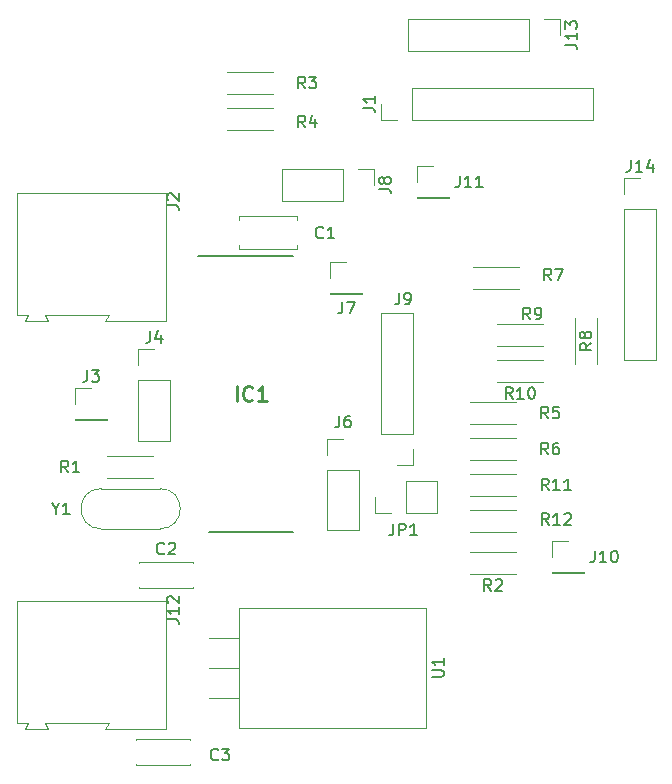
<source format=gbr>
%TF.GenerationSoftware,KiCad,Pcbnew,(6.0.4)*%
%TF.CreationDate,2022-07-11T12:49:24+03:00*%
%TF.ProjectId,V1_mini_mcp2515_based,56315f6d-696e-4695-9f6d-637032353135,rev?*%
%TF.SameCoordinates,Original*%
%TF.FileFunction,Legend,Top*%
%TF.FilePolarity,Positive*%
%FSLAX46Y46*%
G04 Gerber Fmt 4.6, Leading zero omitted, Abs format (unit mm)*
G04 Created by KiCad (PCBNEW (6.0.4)) date 2022-07-11 12:49:24*
%MOMM*%
%LPD*%
G01*
G04 APERTURE LIST*
%ADD10C,0.150000*%
%ADD11C,0.254000*%
%ADD12C,0.120000*%
%ADD13C,0.200000*%
%ADD14R,1.700000X1.700000*%
%ADD15O,1.400000X1.400000*%
%ADD16C,1.400000*%
%ADD17O,1.700000X1.700000*%
%ADD18C,1.700000*%
%ADD19R,3.960000X1.980000*%
%ADD20O,3.960000X1.980000*%
%ADD21R,1.159000X1.159000*%
%ADD22C,1.159000*%
%ADD23C,1.600000*%
%ADD24O,3.500000X3.500000*%
%ADD25R,2.000000X1.905000*%
%ADD26O,2.000000X1.905000*%
G04 APERTURE END LIST*
D10*
%TO.C,J11*%
X73612476Y-98258380D02*
X73612476Y-98972666D01*
X73564857Y-99115523D01*
X73469619Y-99210761D01*
X73326761Y-99258380D01*
X73231523Y-99258380D01*
X74612476Y-99258380D02*
X74041047Y-99258380D01*
X74326761Y-99258380D02*
X74326761Y-98258380D01*
X74231523Y-98401238D01*
X74136285Y-98496476D01*
X74041047Y-98544095D01*
X75564857Y-99258380D02*
X74993428Y-99258380D01*
X75279142Y-99258380D02*
X75279142Y-98258380D01*
X75183904Y-98401238D01*
X75088666Y-98496476D01*
X74993428Y-98544095D01*
%TO.C,J10*%
X85042476Y-130008380D02*
X85042476Y-130722666D01*
X84994857Y-130865523D01*
X84899619Y-130960761D01*
X84756761Y-131008380D01*
X84661523Y-131008380D01*
X86042476Y-131008380D02*
X85471047Y-131008380D01*
X85756761Y-131008380D02*
X85756761Y-130008380D01*
X85661523Y-130151238D01*
X85566285Y-130246476D01*
X85471047Y-130294095D01*
X86661523Y-130008380D02*
X86756761Y-130008380D01*
X86852000Y-130056000D01*
X86899619Y-130103619D01*
X86947238Y-130198857D01*
X86994857Y-130389333D01*
X86994857Y-130627428D01*
X86947238Y-130817904D01*
X86899619Y-130913142D01*
X86852000Y-130960761D01*
X86756761Y-131008380D01*
X86661523Y-131008380D01*
X86566285Y-130960761D01*
X86518666Y-130913142D01*
X86471047Y-130817904D01*
X86423428Y-130627428D01*
X86423428Y-130389333D01*
X86471047Y-130198857D01*
X86518666Y-130103619D01*
X86566285Y-130056000D01*
X86661523Y-130008380D01*
%TO.C,R9*%
X79589333Y-110434380D02*
X79256000Y-109958190D01*
X79017904Y-110434380D02*
X79017904Y-109434380D01*
X79398857Y-109434380D01*
X79494095Y-109482000D01*
X79541714Y-109529619D01*
X79589333Y-109624857D01*
X79589333Y-109767714D01*
X79541714Y-109862952D01*
X79494095Y-109910571D01*
X79398857Y-109958190D01*
X79017904Y-109958190D01*
X80065523Y-110434380D02*
X80256000Y-110434380D01*
X80351238Y-110386761D01*
X80398857Y-110339142D01*
X80494095Y-110196285D01*
X80541714Y-110005809D01*
X80541714Y-109624857D01*
X80494095Y-109529619D01*
X80446476Y-109482000D01*
X80351238Y-109434380D01*
X80160761Y-109434380D01*
X80065523Y-109482000D01*
X80017904Y-109529619D01*
X79970285Y-109624857D01*
X79970285Y-109862952D01*
X80017904Y-109958190D01*
X80065523Y-110005809D01*
X80160761Y-110053428D01*
X80351238Y-110053428D01*
X80446476Y-110005809D01*
X80494095Y-109958190D01*
X80541714Y-109862952D01*
%TO.C,R12*%
X81155142Y-127846380D02*
X80821809Y-127370190D01*
X80583714Y-127846380D02*
X80583714Y-126846380D01*
X80964666Y-126846380D01*
X81059904Y-126894000D01*
X81107523Y-126941619D01*
X81155142Y-127036857D01*
X81155142Y-127179714D01*
X81107523Y-127274952D01*
X81059904Y-127322571D01*
X80964666Y-127370190D01*
X80583714Y-127370190D01*
X82107523Y-127846380D02*
X81536095Y-127846380D01*
X81821809Y-127846380D02*
X81821809Y-126846380D01*
X81726571Y-126989238D01*
X81631333Y-127084476D01*
X81536095Y-127132095D01*
X82488476Y-126941619D02*
X82536095Y-126894000D01*
X82631333Y-126846380D01*
X82869428Y-126846380D01*
X82964666Y-126894000D01*
X83012285Y-126941619D01*
X83059904Y-127036857D01*
X83059904Y-127132095D01*
X83012285Y-127274952D01*
X82440857Y-127846380D01*
X83059904Y-127846380D01*
%TO.C,R11*%
X81145142Y-124912380D02*
X80811809Y-124436190D01*
X80573714Y-124912380D02*
X80573714Y-123912380D01*
X80954666Y-123912380D01*
X81049904Y-123960000D01*
X81097523Y-124007619D01*
X81145142Y-124102857D01*
X81145142Y-124245714D01*
X81097523Y-124340952D01*
X81049904Y-124388571D01*
X80954666Y-124436190D01*
X80573714Y-124436190D01*
X82097523Y-124912380D02*
X81526095Y-124912380D01*
X81811809Y-124912380D02*
X81811809Y-123912380D01*
X81716571Y-124055238D01*
X81621333Y-124150476D01*
X81526095Y-124198095D01*
X83049904Y-124912380D02*
X82478476Y-124912380D01*
X82764190Y-124912380D02*
X82764190Y-123912380D01*
X82668952Y-124055238D01*
X82573714Y-124150476D01*
X82478476Y-124198095D01*
%TO.C,R10*%
X78097142Y-117180380D02*
X77763809Y-116704190D01*
X77525714Y-117180380D02*
X77525714Y-116180380D01*
X77906666Y-116180380D01*
X78001904Y-116228000D01*
X78049523Y-116275619D01*
X78097142Y-116370857D01*
X78097142Y-116513714D01*
X78049523Y-116608952D01*
X78001904Y-116656571D01*
X77906666Y-116704190D01*
X77525714Y-116704190D01*
X79049523Y-117180380D02*
X78478095Y-117180380D01*
X78763809Y-117180380D02*
X78763809Y-116180380D01*
X78668571Y-116323238D01*
X78573333Y-116418476D01*
X78478095Y-116466095D01*
X79668571Y-116180380D02*
X79763809Y-116180380D01*
X79859047Y-116228000D01*
X79906666Y-116275619D01*
X79954285Y-116370857D01*
X80001904Y-116561333D01*
X80001904Y-116799428D01*
X79954285Y-116989904D01*
X79906666Y-117085142D01*
X79859047Y-117132761D01*
X79763809Y-117180380D01*
X79668571Y-117180380D01*
X79573333Y-117132761D01*
X79525714Y-117085142D01*
X79478095Y-116989904D01*
X79430476Y-116799428D01*
X79430476Y-116561333D01*
X79478095Y-116370857D01*
X79525714Y-116275619D01*
X79573333Y-116228000D01*
X79668571Y-116180380D01*
%TO.C,R8*%
X84780380Y-112434666D02*
X84304190Y-112768000D01*
X84780380Y-113006095D02*
X83780380Y-113006095D01*
X83780380Y-112625142D01*
X83828000Y-112529904D01*
X83875619Y-112482285D01*
X83970857Y-112434666D01*
X84113714Y-112434666D01*
X84208952Y-112482285D01*
X84256571Y-112529904D01*
X84304190Y-112625142D01*
X84304190Y-113006095D01*
X84208952Y-111863238D02*
X84161333Y-111958476D01*
X84113714Y-112006095D01*
X84018476Y-112053714D01*
X83970857Y-112053714D01*
X83875619Y-112006095D01*
X83828000Y-111958476D01*
X83780380Y-111863238D01*
X83780380Y-111672761D01*
X83828000Y-111577523D01*
X83875619Y-111529904D01*
X83970857Y-111482285D01*
X84018476Y-111482285D01*
X84113714Y-111529904D01*
X84161333Y-111577523D01*
X84208952Y-111672761D01*
X84208952Y-111863238D01*
X84256571Y-111958476D01*
X84304190Y-112006095D01*
X84399428Y-112053714D01*
X84589904Y-112053714D01*
X84685142Y-112006095D01*
X84732761Y-111958476D01*
X84780380Y-111863238D01*
X84780380Y-111672761D01*
X84732761Y-111577523D01*
X84685142Y-111529904D01*
X84589904Y-111482285D01*
X84399428Y-111482285D01*
X84304190Y-111529904D01*
X84256571Y-111577523D01*
X84208952Y-111672761D01*
%TO.C,R7*%
X81367333Y-107132380D02*
X81034000Y-106656190D01*
X80795904Y-107132380D02*
X80795904Y-106132380D01*
X81176857Y-106132380D01*
X81272095Y-106180000D01*
X81319714Y-106227619D01*
X81367333Y-106322857D01*
X81367333Y-106465714D01*
X81319714Y-106560952D01*
X81272095Y-106608571D01*
X81176857Y-106656190D01*
X80795904Y-106656190D01*
X81700666Y-106132380D02*
X82367333Y-106132380D01*
X81938761Y-107132380D01*
%TO.C,JP1*%
X68000666Y-127722380D02*
X68000666Y-128436666D01*
X67953047Y-128579523D01*
X67857809Y-128674761D01*
X67714952Y-128722380D01*
X67619714Y-128722380D01*
X68476857Y-128722380D02*
X68476857Y-127722380D01*
X68857809Y-127722380D01*
X68953047Y-127770000D01*
X69000666Y-127817619D01*
X69048285Y-127912857D01*
X69048285Y-128055714D01*
X69000666Y-128150952D01*
X68953047Y-128198571D01*
X68857809Y-128246190D01*
X68476857Y-128246190D01*
X70000666Y-128722380D02*
X69429238Y-128722380D01*
X69714952Y-128722380D02*
X69714952Y-127722380D01*
X69619714Y-127865238D01*
X69524476Y-127960476D01*
X69429238Y-128008095D01*
%TO.C,J14*%
X88090476Y-96944380D02*
X88090476Y-97658666D01*
X88042857Y-97801523D01*
X87947619Y-97896761D01*
X87804761Y-97944380D01*
X87709523Y-97944380D01*
X89090476Y-97944380D02*
X88519047Y-97944380D01*
X88804761Y-97944380D02*
X88804761Y-96944380D01*
X88709523Y-97087238D01*
X88614285Y-97182476D01*
X88519047Y-97230095D01*
X89947619Y-97277714D02*
X89947619Y-97944380D01*
X89709523Y-96896761D02*
X89471428Y-97611047D01*
X90090476Y-97611047D01*
%TO.C,J8*%
X66791380Y-99393333D02*
X67505666Y-99393333D01*
X67648523Y-99440952D01*
X67743761Y-99536190D01*
X67791380Y-99679047D01*
X67791380Y-99774285D01*
X67219952Y-98774285D02*
X67172333Y-98869523D01*
X67124714Y-98917142D01*
X67029476Y-98964761D01*
X66981857Y-98964761D01*
X66886619Y-98917142D01*
X66839000Y-98869523D01*
X66791380Y-98774285D01*
X66791380Y-98583809D01*
X66839000Y-98488571D01*
X66886619Y-98440952D01*
X66981857Y-98393333D01*
X67029476Y-98393333D01*
X67124714Y-98440952D01*
X67172333Y-98488571D01*
X67219952Y-98583809D01*
X67219952Y-98774285D01*
X67267571Y-98869523D01*
X67315190Y-98917142D01*
X67410428Y-98964761D01*
X67600904Y-98964761D01*
X67696142Y-98917142D01*
X67743761Y-98869523D01*
X67791380Y-98774285D01*
X67791380Y-98583809D01*
X67743761Y-98488571D01*
X67696142Y-98440952D01*
X67600904Y-98393333D01*
X67410428Y-98393333D01*
X67315190Y-98440952D01*
X67267571Y-98488571D01*
X67219952Y-98583809D01*
%TO.C,J6*%
X63420666Y-118578380D02*
X63420666Y-119292666D01*
X63373047Y-119435523D01*
X63277809Y-119530761D01*
X63134952Y-119578380D01*
X63039714Y-119578380D01*
X64325428Y-118578380D02*
X64134952Y-118578380D01*
X64039714Y-118626000D01*
X63992095Y-118673619D01*
X63896857Y-118816476D01*
X63849238Y-119006952D01*
X63849238Y-119387904D01*
X63896857Y-119483142D01*
X63944476Y-119530761D01*
X64039714Y-119578380D01*
X64230190Y-119578380D01*
X64325428Y-119530761D01*
X64373047Y-119483142D01*
X64420666Y-119387904D01*
X64420666Y-119149809D01*
X64373047Y-119054571D01*
X64325428Y-119006952D01*
X64230190Y-118959333D01*
X64039714Y-118959333D01*
X63944476Y-119006952D01*
X63896857Y-119054571D01*
X63849238Y-119149809D01*
%TO.C,J4*%
X47418666Y-111422380D02*
X47418666Y-112136666D01*
X47371047Y-112279523D01*
X47275809Y-112374761D01*
X47132952Y-112422380D01*
X47037714Y-112422380D01*
X48323428Y-111755714D02*
X48323428Y-112422380D01*
X48085333Y-111374761D02*
X47847238Y-112089047D01*
X48466285Y-112089047D01*
%TO.C,J3*%
X42084666Y-114724380D02*
X42084666Y-115438666D01*
X42037047Y-115581523D01*
X41941809Y-115676761D01*
X41798952Y-115724380D01*
X41703714Y-115724380D01*
X42465619Y-114724380D02*
X43084666Y-114724380D01*
X42751333Y-115105333D01*
X42894190Y-115105333D01*
X42989428Y-115152952D01*
X43037047Y-115200571D01*
X43084666Y-115295809D01*
X43084666Y-115533904D01*
X43037047Y-115629142D01*
X42989428Y-115676761D01*
X42894190Y-115724380D01*
X42608476Y-115724380D01*
X42513238Y-115676761D01*
X42465619Y-115629142D01*
%TO.C,J12*%
X48860380Y-135824523D02*
X49574666Y-135824523D01*
X49717523Y-135872142D01*
X49812761Y-135967380D01*
X49860380Y-136110238D01*
X49860380Y-136205476D01*
X49860380Y-134824523D02*
X49860380Y-135395952D01*
X49860380Y-135110238D02*
X48860380Y-135110238D01*
X49003238Y-135205476D01*
X49098476Y-135300714D01*
X49146095Y-135395952D01*
X48955619Y-134443571D02*
X48908000Y-134395952D01*
X48860380Y-134300714D01*
X48860380Y-134062619D01*
X48908000Y-133967380D01*
X48955619Y-133919761D01*
X49050857Y-133872142D01*
X49146095Y-133872142D01*
X49288952Y-133919761D01*
X49860380Y-134491190D01*
X49860380Y-133872142D01*
D11*
%TO.C,IC1*%
X54735238Y-117356523D02*
X54735238Y-116086523D01*
X56065714Y-117235571D02*
X56005238Y-117296047D01*
X55823809Y-117356523D01*
X55702857Y-117356523D01*
X55521428Y-117296047D01*
X55400476Y-117175095D01*
X55340000Y-117054142D01*
X55279523Y-116812238D01*
X55279523Y-116630809D01*
X55340000Y-116388904D01*
X55400476Y-116267952D01*
X55521428Y-116147000D01*
X55702857Y-116086523D01*
X55823809Y-116086523D01*
X56005238Y-116147000D01*
X56065714Y-116207476D01*
X57275238Y-117356523D02*
X56549523Y-117356523D01*
X56912380Y-117356523D02*
X56912380Y-116086523D01*
X56791428Y-116267952D01*
X56670476Y-116388904D01*
X56549523Y-116449380D01*
D10*
%TO.C,R4*%
X60539333Y-94178380D02*
X60206000Y-93702190D01*
X59967904Y-94178380D02*
X59967904Y-93178380D01*
X60348857Y-93178380D01*
X60444095Y-93226000D01*
X60491714Y-93273619D01*
X60539333Y-93368857D01*
X60539333Y-93511714D01*
X60491714Y-93606952D01*
X60444095Y-93654571D01*
X60348857Y-93702190D01*
X59967904Y-93702190D01*
X61396476Y-93511714D02*
X61396476Y-94178380D01*
X61158380Y-93130761D02*
X60920285Y-93845047D01*
X61539333Y-93845047D01*
%TO.C,J9*%
X68500666Y-108164380D02*
X68500666Y-108878666D01*
X68453047Y-109021523D01*
X68357809Y-109116761D01*
X68214952Y-109164380D01*
X68119714Y-109164380D01*
X69024476Y-109164380D02*
X69214952Y-109164380D01*
X69310190Y-109116761D01*
X69357809Y-109069142D01*
X69453047Y-108926285D01*
X69500666Y-108735809D01*
X69500666Y-108354857D01*
X69453047Y-108259619D01*
X69405428Y-108212000D01*
X69310190Y-108164380D01*
X69119714Y-108164380D01*
X69024476Y-108212000D01*
X68976857Y-108259619D01*
X68929238Y-108354857D01*
X68929238Y-108592952D01*
X68976857Y-108688190D01*
X69024476Y-108735809D01*
X69119714Y-108783428D01*
X69310190Y-108783428D01*
X69405428Y-108735809D01*
X69453047Y-108688190D01*
X69500666Y-108592952D01*
%TO.C,C2*%
X48601333Y-130237142D02*
X48553714Y-130284761D01*
X48410857Y-130332380D01*
X48315619Y-130332380D01*
X48172761Y-130284761D01*
X48077523Y-130189523D01*
X48029904Y-130094285D01*
X47982285Y-129903809D01*
X47982285Y-129760952D01*
X48029904Y-129570476D01*
X48077523Y-129475238D01*
X48172761Y-129380000D01*
X48315619Y-129332380D01*
X48410857Y-129332380D01*
X48553714Y-129380000D01*
X48601333Y-129427619D01*
X48982285Y-129427619D02*
X49029904Y-129380000D01*
X49125142Y-129332380D01*
X49363238Y-129332380D01*
X49458476Y-129380000D01*
X49506095Y-129427619D01*
X49553714Y-129522857D01*
X49553714Y-129618095D01*
X49506095Y-129760952D01*
X48934666Y-130332380D01*
X49553714Y-130332380D01*
%TO.C,R5*%
X81113333Y-118816380D02*
X80780000Y-118340190D01*
X80541904Y-118816380D02*
X80541904Y-117816380D01*
X80922857Y-117816380D01*
X81018095Y-117864000D01*
X81065714Y-117911619D01*
X81113333Y-118006857D01*
X81113333Y-118149714D01*
X81065714Y-118244952D01*
X81018095Y-118292571D01*
X80922857Y-118340190D01*
X80541904Y-118340190D01*
X82018095Y-117816380D02*
X81541904Y-117816380D01*
X81494285Y-118292571D01*
X81541904Y-118244952D01*
X81637142Y-118197333D01*
X81875238Y-118197333D01*
X81970476Y-118244952D01*
X82018095Y-118292571D01*
X82065714Y-118387809D01*
X82065714Y-118625904D01*
X82018095Y-118721142D01*
X81970476Y-118768761D01*
X81875238Y-118816380D01*
X81637142Y-118816380D01*
X81541904Y-118768761D01*
X81494285Y-118721142D01*
%TO.C,R3*%
X60539333Y-90876380D02*
X60206000Y-90400190D01*
X59967904Y-90876380D02*
X59967904Y-89876380D01*
X60348857Y-89876380D01*
X60444095Y-89924000D01*
X60491714Y-89971619D01*
X60539333Y-90066857D01*
X60539333Y-90209714D01*
X60491714Y-90304952D01*
X60444095Y-90352571D01*
X60348857Y-90400190D01*
X59967904Y-90400190D01*
X60872666Y-89876380D02*
X61491714Y-89876380D01*
X61158380Y-90257333D01*
X61301238Y-90257333D01*
X61396476Y-90304952D01*
X61444095Y-90352571D01*
X61491714Y-90447809D01*
X61491714Y-90685904D01*
X61444095Y-90781142D01*
X61396476Y-90828761D01*
X61301238Y-90876380D01*
X61015523Y-90876380D01*
X60920285Y-90828761D01*
X60872666Y-90781142D01*
%TO.C,J2*%
X48860380Y-100775333D02*
X49574666Y-100775333D01*
X49717523Y-100822952D01*
X49812761Y-100918190D01*
X49860380Y-101061047D01*
X49860380Y-101156285D01*
X48955619Y-100346761D02*
X48908000Y-100299142D01*
X48860380Y-100203904D01*
X48860380Y-99965809D01*
X48908000Y-99870571D01*
X48955619Y-99822952D01*
X49050857Y-99775333D01*
X49146095Y-99775333D01*
X49288952Y-99822952D01*
X49860380Y-100394380D01*
X49860380Y-99775333D01*
%TO.C,R1*%
X40473333Y-123388380D02*
X40140000Y-122912190D01*
X39901904Y-123388380D02*
X39901904Y-122388380D01*
X40282857Y-122388380D01*
X40378095Y-122436000D01*
X40425714Y-122483619D01*
X40473333Y-122578857D01*
X40473333Y-122721714D01*
X40425714Y-122816952D01*
X40378095Y-122864571D01*
X40282857Y-122912190D01*
X39901904Y-122912190D01*
X41425714Y-123388380D02*
X40854285Y-123388380D01*
X41140000Y-123388380D02*
X41140000Y-122388380D01*
X41044761Y-122531238D01*
X40949523Y-122626476D01*
X40854285Y-122674095D01*
%TO.C,R6*%
X81113333Y-121864380D02*
X80780000Y-121388190D01*
X80541904Y-121864380D02*
X80541904Y-120864380D01*
X80922857Y-120864380D01*
X81018095Y-120912000D01*
X81065714Y-120959619D01*
X81113333Y-121054857D01*
X81113333Y-121197714D01*
X81065714Y-121292952D01*
X81018095Y-121340571D01*
X80922857Y-121388190D01*
X80541904Y-121388190D01*
X81970476Y-120864380D02*
X81780000Y-120864380D01*
X81684761Y-120912000D01*
X81637142Y-120959619D01*
X81541904Y-121102476D01*
X81494285Y-121292952D01*
X81494285Y-121673904D01*
X81541904Y-121769142D01*
X81589523Y-121816761D01*
X81684761Y-121864380D01*
X81875238Y-121864380D01*
X81970476Y-121816761D01*
X82018095Y-121769142D01*
X82065714Y-121673904D01*
X82065714Y-121435809D01*
X82018095Y-121340571D01*
X81970476Y-121292952D01*
X81875238Y-121245333D01*
X81684761Y-121245333D01*
X81589523Y-121292952D01*
X81541904Y-121340571D01*
X81494285Y-121435809D01*
%TO.C,C1*%
X62063333Y-103481142D02*
X62015714Y-103528761D01*
X61872857Y-103576380D01*
X61777619Y-103576380D01*
X61634761Y-103528761D01*
X61539523Y-103433523D01*
X61491904Y-103338285D01*
X61444285Y-103147809D01*
X61444285Y-103004952D01*
X61491904Y-102814476D01*
X61539523Y-102719238D01*
X61634761Y-102624000D01*
X61777619Y-102576380D01*
X61872857Y-102576380D01*
X62015714Y-102624000D01*
X62063333Y-102671619D01*
X63015714Y-103576380D02*
X62444285Y-103576380D01*
X62730000Y-103576380D02*
X62730000Y-102576380D01*
X62634761Y-102719238D01*
X62539523Y-102814476D01*
X62444285Y-102862095D01*
%TO.C,Y1*%
X39401809Y-126468190D02*
X39401809Y-126944380D01*
X39068476Y-125944380D02*
X39401809Y-126468190D01*
X39735142Y-125944380D01*
X40592285Y-126944380D02*
X40020857Y-126944380D01*
X40306571Y-126944380D02*
X40306571Y-125944380D01*
X40211333Y-126087238D01*
X40116095Y-126182476D01*
X40020857Y-126230095D01*
%TO.C,J7*%
X63674666Y-108926380D02*
X63674666Y-109640666D01*
X63627047Y-109783523D01*
X63531809Y-109878761D01*
X63388952Y-109926380D01*
X63293714Y-109926380D01*
X64055619Y-108926380D02*
X64722285Y-108926380D01*
X64293714Y-109926380D01*
%TO.C,R2*%
X76287333Y-133436380D02*
X75954000Y-132960190D01*
X75715904Y-133436380D02*
X75715904Y-132436380D01*
X76096857Y-132436380D01*
X76192095Y-132484000D01*
X76239714Y-132531619D01*
X76287333Y-132626857D01*
X76287333Y-132769714D01*
X76239714Y-132864952D01*
X76192095Y-132912571D01*
X76096857Y-132960190D01*
X75715904Y-132960190D01*
X76668285Y-132531619D02*
X76715904Y-132484000D01*
X76811142Y-132436380D01*
X77049238Y-132436380D01*
X77144476Y-132484000D01*
X77192095Y-132531619D01*
X77239714Y-132626857D01*
X77239714Y-132722095D01*
X77192095Y-132864952D01*
X76620666Y-133436380D01*
X77239714Y-133436380D01*
%TO.C,J13*%
X82554380Y-87169523D02*
X83268666Y-87169523D01*
X83411523Y-87217142D01*
X83506761Y-87312380D01*
X83554380Y-87455238D01*
X83554380Y-87550476D01*
X83554380Y-86169523D02*
X83554380Y-86740952D01*
X83554380Y-86455238D02*
X82554380Y-86455238D01*
X82697238Y-86550476D01*
X82792476Y-86645714D01*
X82840095Y-86740952D01*
X82554380Y-85836190D02*
X82554380Y-85217142D01*
X82935333Y-85550476D01*
X82935333Y-85407619D01*
X82982952Y-85312380D01*
X83030571Y-85264761D01*
X83125809Y-85217142D01*
X83363904Y-85217142D01*
X83459142Y-85264761D01*
X83506761Y-85312380D01*
X83554380Y-85407619D01*
X83554380Y-85693333D01*
X83506761Y-85788571D01*
X83459142Y-85836190D01*
%TO.C,C3*%
X53173333Y-147677142D02*
X53125714Y-147724761D01*
X52982857Y-147772380D01*
X52887619Y-147772380D01*
X52744761Y-147724761D01*
X52649523Y-147629523D01*
X52601904Y-147534285D01*
X52554285Y-147343809D01*
X52554285Y-147200952D01*
X52601904Y-147010476D01*
X52649523Y-146915238D01*
X52744761Y-146820000D01*
X52887619Y-146772380D01*
X52982857Y-146772380D01*
X53125714Y-146820000D01*
X53173333Y-146867619D01*
X53506666Y-146772380D02*
X54125714Y-146772380D01*
X53792380Y-147153333D01*
X53935238Y-147153333D01*
X54030476Y-147200952D01*
X54078095Y-147248571D01*
X54125714Y-147343809D01*
X54125714Y-147581904D01*
X54078095Y-147677142D01*
X54030476Y-147724761D01*
X53935238Y-147772380D01*
X53649523Y-147772380D01*
X53554285Y-147724761D01*
X53506666Y-147677142D01*
%TO.C,U1*%
X71254380Y-140715904D02*
X72063904Y-140715904D01*
X72159142Y-140668285D01*
X72206761Y-140620666D01*
X72254380Y-140525428D01*
X72254380Y-140334952D01*
X72206761Y-140239714D01*
X72159142Y-140192095D01*
X72063904Y-140144476D01*
X71254380Y-140144476D01*
X72254380Y-139144476D02*
X72254380Y-139715904D01*
X72254380Y-139430190D02*
X71254380Y-139430190D01*
X71397238Y-139525428D01*
X71492476Y-139620666D01*
X71540095Y-139715904D01*
%TO.C,J1*%
X65448380Y-92535333D02*
X66162666Y-92535333D01*
X66305523Y-92582952D01*
X66400761Y-92678190D01*
X66448380Y-92821047D01*
X66448380Y-92916285D01*
X66448380Y-91535333D02*
X66448380Y-92106761D01*
X66448380Y-91821047D02*
X65448380Y-91821047D01*
X65591238Y-91916285D01*
X65686476Y-92011523D01*
X65734095Y-92106761D01*
D12*
%TO.C,J11*%
X70044000Y-97476000D02*
X71374000Y-97476000D01*
X70044000Y-100076000D02*
X72704000Y-100076000D01*
X70044000Y-100136000D02*
X72704000Y-100136000D01*
X72704000Y-100076000D02*
X72704000Y-100136000D01*
X70044000Y-100076000D02*
X70044000Y-100136000D01*
X70044000Y-98806000D02*
X70044000Y-97476000D01*
%TO.C,J10*%
X81474000Y-129226000D02*
X82804000Y-129226000D01*
X81474000Y-131826000D02*
X84134000Y-131826000D01*
X81474000Y-131886000D02*
X84134000Y-131886000D01*
X84134000Y-131826000D02*
X84134000Y-131886000D01*
X81474000Y-131826000D02*
X81474000Y-131886000D01*
X81474000Y-130556000D02*
X81474000Y-129226000D01*
%TO.C,R9*%
X80660000Y-112680000D02*
X76820000Y-112680000D01*
X80660000Y-110840000D02*
X76820000Y-110840000D01*
%TO.C,R12*%
X74534000Y-128428000D02*
X78374000Y-128428000D01*
X74534000Y-126588000D02*
X78374000Y-126588000D01*
%TO.C,R11*%
X78374000Y-123540000D02*
X74534000Y-123540000D01*
X78374000Y-125380000D02*
X74534000Y-125380000D01*
%TO.C,R10*%
X80660000Y-113888000D02*
X76820000Y-113888000D01*
X80660000Y-115728000D02*
X76820000Y-115728000D01*
%TO.C,R8*%
X83408000Y-114188000D02*
X83408000Y-110348000D01*
X85248000Y-114188000D02*
X85248000Y-110348000D01*
%TO.C,R7*%
X78628000Y-106014000D02*
X74788000Y-106014000D01*
X78628000Y-107854000D02*
X74788000Y-107854000D01*
%TO.C,JP1*%
X67813000Y-126806000D02*
X66483000Y-126806000D01*
X71683000Y-126806000D02*
X71683000Y-124146000D01*
X69083000Y-126806000D02*
X71683000Y-126806000D01*
X69083000Y-126806000D02*
X69083000Y-124146000D01*
X66483000Y-126806000D02*
X66483000Y-125476000D01*
X69083000Y-124146000D02*
X71683000Y-124146000D01*
%TO.C,J14*%
X87570000Y-101092000D02*
X87570000Y-113852000D01*
X87570000Y-99822000D02*
X87570000Y-98492000D01*
X87570000Y-98492000D02*
X88900000Y-98492000D01*
X87570000Y-101092000D02*
X90230000Y-101092000D01*
X87570000Y-113852000D02*
X90230000Y-113852000D01*
X90230000Y-101092000D02*
X90230000Y-113852000D01*
%TO.C,J8*%
X58599000Y-97730000D02*
X58599000Y-100390000D01*
X63739000Y-97730000D02*
X58599000Y-97730000D01*
X65009000Y-97730000D02*
X66339000Y-97730000D01*
X63739000Y-100390000D02*
X58599000Y-100390000D01*
X66339000Y-97730000D02*
X66339000Y-99060000D01*
X63739000Y-97730000D02*
X63739000Y-100390000D01*
%TO.C,J6*%
X62424000Y-128301000D02*
X65084000Y-128301000D01*
X62424000Y-123161000D02*
X62424000Y-128301000D01*
X62424000Y-121891000D02*
X62424000Y-120561000D01*
X65084000Y-123161000D02*
X65084000Y-128301000D01*
X62424000Y-120561000D02*
X63754000Y-120561000D01*
X62424000Y-123161000D02*
X65084000Y-123161000D01*
%TO.C,J4*%
X46422000Y-120710000D02*
X49082000Y-120710000D01*
X46422000Y-115570000D02*
X46422000Y-120710000D01*
X46422000Y-114300000D02*
X46422000Y-112970000D01*
X49082000Y-115570000D02*
X49082000Y-120710000D01*
X46422000Y-112970000D02*
X47752000Y-112970000D01*
X46422000Y-115570000D02*
X49082000Y-115570000D01*
%TO.C,J3*%
X41088000Y-116272000D02*
X42418000Y-116272000D01*
X41088000Y-118872000D02*
X43748000Y-118872000D01*
X41088000Y-118932000D02*
X43748000Y-118932000D01*
X43748000Y-118872000D02*
X43748000Y-118932000D01*
X41088000Y-118872000D02*
X41088000Y-118932000D01*
X41088000Y-117602000D02*
X41088000Y-116272000D01*
%TO.C,J12*%
X48718000Y-145135000D02*
X48718000Y-134285000D01*
X36818000Y-145135000D02*
X38718000Y-145135000D01*
X36118000Y-144635000D02*
X37068000Y-144635000D01*
X37068000Y-144635000D02*
X36818000Y-145135000D01*
X43618000Y-145135000D02*
X48718000Y-145135000D01*
X43918000Y-144635000D02*
X43618000Y-145135000D01*
X38768000Y-145135000D02*
X38518000Y-144635000D01*
X48718000Y-134285000D02*
X36118000Y-134285000D01*
X36118000Y-134285000D02*
X36118000Y-144635000D01*
X38518000Y-144635000D02*
X43918000Y-144635000D01*
X38718000Y-145135000D02*
X38768000Y-145135000D01*
D13*
%TO.C,IC1*%
X52419000Y-128466000D02*
X59531000Y-128466000D01*
X51427000Y-105098000D02*
X59531000Y-105098000D01*
D12*
%TO.C,R4*%
X57800000Y-94392000D02*
X53960000Y-94392000D01*
X57800000Y-92552000D02*
X53960000Y-92552000D01*
%TO.C,J9*%
X69656000Y-121407000D02*
X69656000Y-122737000D01*
X69656000Y-122737000D02*
X68326000Y-122737000D01*
X66996000Y-120137000D02*
X66996000Y-109917000D01*
X69656000Y-109917000D02*
X66996000Y-109917000D01*
X69656000Y-120137000D02*
X69656000Y-109917000D01*
X69656000Y-120137000D02*
X66996000Y-120137000D01*
%TO.C,C2*%
X51038000Y-133135000D02*
X51038000Y-133150000D01*
X51038000Y-131010000D02*
X51038000Y-131025000D01*
X46498000Y-133135000D02*
X46498000Y-133150000D01*
X46498000Y-133150000D02*
X51038000Y-133150000D01*
X46498000Y-131010000D02*
X51038000Y-131010000D01*
X46498000Y-131010000D02*
X46498000Y-131025000D01*
%TO.C,R5*%
X78374000Y-119284000D02*
X74534000Y-119284000D01*
X78374000Y-117444000D02*
X74534000Y-117444000D01*
%TO.C,R3*%
X57800000Y-89504000D02*
X53960000Y-89504000D01*
X57800000Y-91344000D02*
X53960000Y-91344000D01*
%TO.C,J2*%
X48718000Y-110562000D02*
X48718000Y-99712000D01*
X37068000Y-110062000D02*
X36818000Y-110562000D01*
X48718000Y-99712000D02*
X36118000Y-99712000D01*
X43618000Y-110562000D02*
X48718000Y-110562000D01*
X36118000Y-99712000D02*
X36118000Y-110062000D01*
X38768000Y-110562000D02*
X38518000Y-110062000D01*
X36818000Y-110562000D02*
X38718000Y-110562000D01*
X38518000Y-110062000D02*
X43918000Y-110062000D01*
X43918000Y-110062000D02*
X43618000Y-110562000D01*
X38718000Y-110562000D02*
X38768000Y-110562000D01*
X36118000Y-110062000D02*
X37068000Y-110062000D01*
%TO.C,R1*%
X43800000Y-122016000D02*
X47640000Y-122016000D01*
X43800000Y-123856000D02*
X47640000Y-123856000D01*
%TO.C,R6*%
X74534000Y-120492000D02*
X78374000Y-120492000D01*
X74534000Y-122332000D02*
X78374000Y-122332000D01*
%TO.C,C1*%
X54934000Y-102040000D02*
X54934000Y-101725000D01*
X59874000Y-104465000D02*
X54934000Y-104465000D01*
X59874000Y-104465000D02*
X59874000Y-104150000D01*
X59874000Y-102040000D02*
X59874000Y-101725000D01*
X59874000Y-101725000D02*
X54934000Y-101725000D01*
X54934000Y-104465000D02*
X54934000Y-104150000D01*
%TO.C,Y1*%
X48260000Y-124763000D02*
X43260000Y-124763000D01*
X48260000Y-128163000D02*
X43260000Y-128163000D01*
X48260000Y-128163000D02*
G75*
G03*
X48260000Y-124763000I0J1700000D01*
G01*
X43260000Y-124763000D02*
G75*
G03*
X43260000Y-128163000I0J-1700000D01*
G01*
%TO.C,J7*%
X65338000Y-108204000D02*
X65338000Y-108264000D01*
X62678000Y-108204000D02*
X62678000Y-108264000D01*
X62678000Y-108204000D02*
X65338000Y-108204000D01*
X62678000Y-108264000D02*
X65338000Y-108264000D01*
X62678000Y-105604000D02*
X64008000Y-105604000D01*
X62678000Y-106934000D02*
X62678000Y-105604000D01*
%TO.C,R2*%
X78374000Y-130144000D02*
X74534000Y-130144000D01*
X78374000Y-131984000D02*
X74534000Y-131984000D01*
%TO.C,J13*%
X69282000Y-85030000D02*
X69282000Y-87690000D01*
X79502000Y-85030000D02*
X69282000Y-85030000D01*
X79502000Y-87690000D02*
X69282000Y-87690000D01*
X82102000Y-85030000D02*
X82102000Y-86360000D01*
X80772000Y-85030000D02*
X82102000Y-85030000D01*
X79502000Y-85030000D02*
X79502000Y-87690000D01*
%TO.C,C3*%
X50784000Y-145996000D02*
X46244000Y-145996000D01*
X50784000Y-148136000D02*
X46244000Y-148136000D01*
X46244000Y-146011000D02*
X46244000Y-145996000D01*
X46244000Y-148136000D02*
X46244000Y-148121000D01*
X50784000Y-146011000D02*
X50784000Y-145996000D01*
X50784000Y-148136000D02*
X50784000Y-148121000D01*
%TO.C,U1*%
X54912000Y-139954000D02*
X52372000Y-139954000D01*
X54912000Y-134834000D02*
X54912000Y-145074000D01*
X70802000Y-145074000D02*
X54912000Y-145074000D01*
X70802000Y-134834000D02*
X70802000Y-145074000D01*
X70802000Y-134834000D02*
X54912000Y-134834000D01*
X54912000Y-137414000D02*
X52372000Y-137414000D01*
X54912000Y-142494000D02*
X52372000Y-142494000D01*
%TO.C,J1*%
X84896000Y-93532000D02*
X84896000Y-90872000D01*
X66996000Y-93532000D02*
X66996000Y-92202000D01*
X69596000Y-93532000D02*
X69596000Y-90872000D01*
X69596000Y-90872000D02*
X84896000Y-90872000D01*
X69596000Y-93532000D02*
X84896000Y-93532000D01*
X68326000Y-93532000D02*
X66996000Y-93532000D01*
%TD*%
%LPC*%
D14*
%TO.C,J11*%
X71374000Y-98806000D03*
%TD*%
%TO.C,J10*%
X82804000Y-130556000D03*
%TD*%
D15*
%TO.C,R9*%
X76200000Y-111760000D03*
D16*
X81280000Y-111760000D03*
%TD*%
%TO.C,R12*%
X73914000Y-127508000D03*
D15*
X78994000Y-127508000D03*
%TD*%
D16*
%TO.C,R11*%
X78994000Y-124460000D03*
D15*
X73914000Y-124460000D03*
%TD*%
D16*
%TO.C,R10*%
X81280000Y-114808000D03*
D15*
X76200000Y-114808000D03*
%TD*%
%TO.C,R8*%
X84328000Y-109728000D03*
D16*
X84328000Y-114808000D03*
%TD*%
%TO.C,R7*%
X79248000Y-106934000D03*
D15*
X74168000Y-106934000D03*
%TD*%
D14*
%TO.C,JP1*%
X67813000Y-125476000D03*
D17*
X70353000Y-125476000D03*
%TD*%
D14*
%TO.C,J14*%
X88900000Y-99822000D03*
D17*
X88900000Y-102362000D03*
X88900000Y-104902000D03*
X88900000Y-107442000D03*
X88900000Y-109982000D03*
X88900000Y-112522000D03*
%TD*%
D18*
%TO.C,J8*%
X65009000Y-99060000D03*
D14*
X62469000Y-99060000D03*
D17*
X59929000Y-99060000D03*
%TD*%
D14*
%TO.C,J6*%
X63754000Y-121891000D03*
D17*
X63754000Y-124431000D03*
X63754000Y-126971000D03*
%TD*%
D14*
%TO.C,J4*%
X47752000Y-114300000D03*
D17*
X47752000Y-116840000D03*
X47752000Y-119380000D03*
%TD*%
D14*
%TO.C,J3*%
X42418000Y-117602000D03*
%TD*%
D19*
%TO.C,J12*%
X42418000Y-136935000D03*
D20*
X42418000Y-141935000D03*
%TD*%
D21*
%TO.C,IC1*%
X52006000Y-106622000D03*
D22*
X52006000Y-109162000D03*
X52006000Y-111702000D03*
X52006000Y-114242000D03*
X52006000Y-116782000D03*
X52006000Y-119322000D03*
X52006000Y-121862000D03*
X52006000Y-124402000D03*
X52006000Y-126942000D03*
X59944000Y-126942000D03*
X59944000Y-124402000D03*
X59944000Y-121862000D03*
X59944000Y-119322000D03*
X59944000Y-116782000D03*
X59944000Y-114242000D03*
X59944000Y-111702000D03*
X59944000Y-109162000D03*
X59944000Y-106622000D03*
%TD*%
D16*
%TO.C,R4*%
X58420000Y-93472000D03*
D15*
X53340000Y-93472000D03*
%TD*%
D14*
%TO.C,J9*%
X68326000Y-121407000D03*
D17*
X68326000Y-118867000D03*
X68326000Y-116327000D03*
X68326000Y-113787000D03*
X68326000Y-111247000D03*
%TD*%
D23*
%TO.C,C2*%
X46268000Y-132080000D03*
X51268000Y-132080000D03*
%TD*%
D16*
%TO.C,R5*%
X78994000Y-118364000D03*
D15*
X73914000Y-118364000D03*
%TD*%
D16*
%TO.C,R3*%
X58420000Y-90424000D03*
D15*
X53340000Y-90424000D03*
%TD*%
D19*
%TO.C,J2*%
X42418000Y-102362000D03*
D20*
X42418000Y-107362000D03*
%TD*%
D16*
%TO.C,R1*%
X43180000Y-122936000D03*
D15*
X48260000Y-122936000D03*
%TD*%
D16*
%TO.C,R6*%
X73914000Y-121412000D03*
D15*
X78994000Y-121412000D03*
%TD*%
D23*
%TO.C,C1*%
X59904000Y-103095000D03*
X54904000Y-103095000D03*
%TD*%
D18*
%TO.C,Y1*%
X48260000Y-126463000D03*
X45760000Y-126463000D03*
X43260000Y-126463000D03*
%TD*%
D14*
%TO.C,J7*%
X64008000Y-106934000D03*
%TD*%
D16*
%TO.C,R2*%
X78994000Y-131064000D03*
D15*
X73914000Y-131064000D03*
%TD*%
D14*
%TO.C,J13*%
X80772000Y-86360000D03*
D17*
X78232000Y-86360000D03*
X75692000Y-86360000D03*
X73152000Y-86360000D03*
X70612000Y-86360000D03*
%TD*%
D23*
%TO.C,C3*%
X51014000Y-147066000D03*
X46014000Y-147066000D03*
%TD*%
D24*
%TO.C,U1*%
X67882000Y-139954000D03*
D25*
X51222000Y-137414000D03*
D26*
X51222000Y-139954000D03*
X51222000Y-142494000D03*
%TD*%
D14*
%TO.C,J1*%
X68326000Y-92202000D03*
D17*
X70866000Y-92202000D03*
X73406000Y-92202000D03*
X75946000Y-92202000D03*
X78486000Y-92202000D03*
X81026000Y-92202000D03*
X83566000Y-92202000D03*
%TD*%
M02*

</source>
